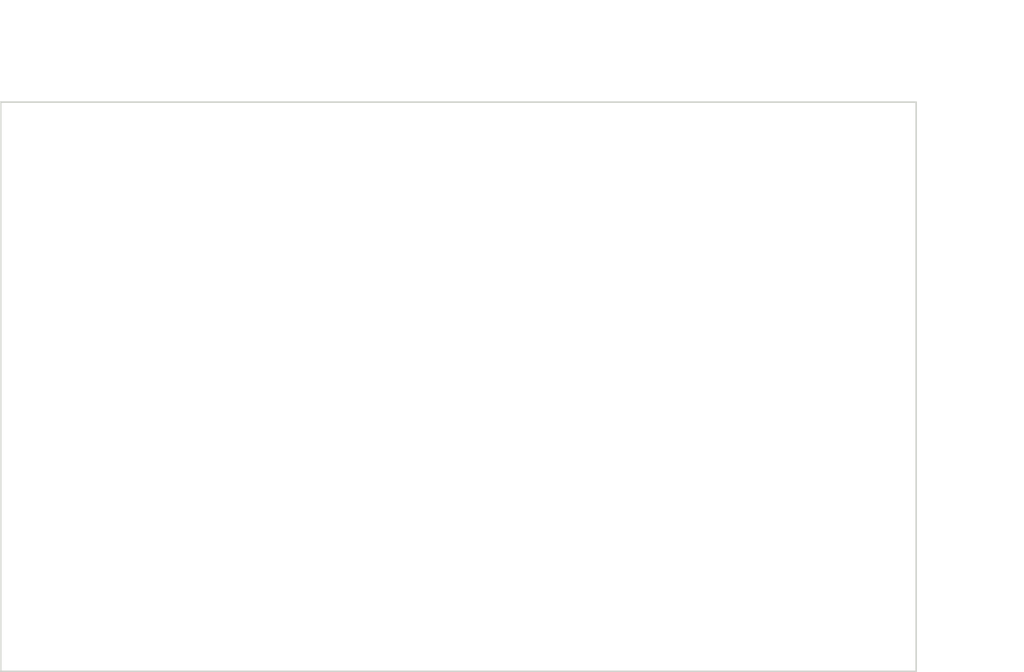
<source format=kicad_pcb>
(kicad_pcb (version 20171130) (host pcbnew "(5.1.0)-1")

  (general
    (thickness 1.6)
    (drawings 16)
    (tracks 0)
    (zones 0)
    (modules 0)
    (nets 1)
  )

  (page A4)
  (layers
    (0 F.Cu signal)
    (31 B.Cu signal)
    (32 B.Adhes user)
    (33 F.Adhes user)
    (34 B.Paste user)
    (35 F.Paste user)
    (36 B.SilkS user)
    (37 F.SilkS user)
    (38 B.Mask user)
    (39 F.Mask user)
    (40 Dwgs.User user)
    (41 Cmts.User user)
    (42 Eco1.User user)
    (43 Eco2.User user)
    (44 Edge.Cuts user)
    (45 Margin user)
    (46 B.CrtYd user)
    (47 F.CrtYd user)
    (48 B.Fab user)
    (49 F.Fab user)
  )

  (setup
    (last_trace_width 0.25)
    (trace_clearance 0.2)
    (zone_clearance 0.508)
    (zone_45_only no)
    (trace_min 0.2)
    (via_size 0.8)
    (via_drill 0.4)
    (via_min_size 0.4)
    (via_min_drill 0.3)
    (uvia_size 0.3)
    (uvia_drill 0.1)
    (uvias_allowed no)
    (uvia_min_size 0.2)
    (uvia_min_drill 0.1)
    (edge_width 0.05)
    (segment_width 0.2)
    (pcb_text_width 0.3)
    (pcb_text_size 1.5 1.5)
    (mod_edge_width 0.12)
    (mod_text_size 1 1)
    (mod_text_width 0.15)
    (pad_size 1.524 1.524)
    (pad_drill 0.762)
    (pad_to_mask_clearance 0.051)
    (solder_mask_min_width 0.25)
    (aux_axis_origin 0 0)
    (visible_elements FFFFFF7F)
    (pcbplotparams
      (layerselection 0x010fc_ffffffff)
      (usegerberextensions false)
      (usegerberattributes false)
      (usegerberadvancedattributes false)
      (creategerberjobfile false)
      (excludeedgelayer true)
      (linewidth 0.152400)
      (plotframeref false)
      (viasonmask false)
      (mode 1)
      (useauxorigin false)
      (hpglpennumber 1)
      (hpglpenspeed 20)
      (hpglpendiameter 15.000000)
      (psnegative false)
      (psa4output false)
      (plotreference true)
      (plotvalue true)
      (plotinvisibletext false)
      (padsonsilk false)
      (subtractmaskfromsilk false)
      (outputformat 1)
      (mirror false)
      (drillshape 1)
      (scaleselection 1)
      (outputdirectory ""))
  )

  (net 0 "")

  (net_class Default "This is the default net class."
    (clearance 0.2)
    (trace_width 0.25)
    (via_dia 0.8)
    (via_drill 0.4)
    (uvia_dia 0.3)
    (uvia_drill 0.1)
  )

  (gr_line (start 208.107617 137.411961) (end 208.107617 63.411961) (layer Edge.Cuts) (width 0.2))
  (gr_line (start 208.107617 63.411961) (end 89.107617 63.411961) (layer Edge.Cuts) (width 0.2))
  (gr_line (start 89.107617 63.411961) (end 89.107617 137.411961) (layer Edge.Cuts) (width 0.2))
  (gr_line (start 89.107617 137.411961) (end 208.107617 137.411961) (layer Edge.Cuts) (width 0.2))
  (gr_text [2.91] (at 218.107617 109.551422) (layer Dwgs.User)
    (effects (font (size 1.7 1.53) (thickness 0.2125)))
  )
  (gr_text " 74.00" (at 218.107617 105.993987) (layer Dwgs.User)
    (effects (font (size 1.7 1.53) (thickness 0.2125)))
  )
  (gr_line (start 218.107617 65.411961) (end 218.107617 104.104525) (layer Dwgs.User) (width 0.2))
  (gr_line (start 218.107617 135.411961) (end 218.107617 111.219396) (layer Dwgs.User) (width 0.2))
  (gr_line (start 209.107617 63.411961) (end 221.282617 63.411961) (layer Dwgs.User) (width 0.2))
  (gr_line (start 209.107617 137.411961) (end 221.282617 137.411961) (layer Dwgs.User) (width 0.2))
  (gr_text [4.69] (at 168.607617 55.301422) (layer Dwgs.User)
    (effects (font (size 1.7 1.53) (thickness 0.2125)))
  )
  (gr_text " 119.00" (at 168.607617 51.743987) (layer Dwgs.User)
    (effects (font (size 1.7 1.53) (thickness 0.2125)))
  )
  (gr_line (start 91.107617 53.411961) (end 163.902604 53.411961) (layer Dwgs.User) (width 0.2))
  (gr_line (start 206.107617 53.411961) (end 173.312631 53.411961) (layer Dwgs.User) (width 0.2))
  (gr_line (start 89.107617 62.411961) (end 89.107617 50.236961) (layer Dwgs.User) (width 0.2))
  (gr_line (start 208.107617 62.411961) (end 208.107617 50.236961) (layer Dwgs.User) (width 0.2))

)

</source>
